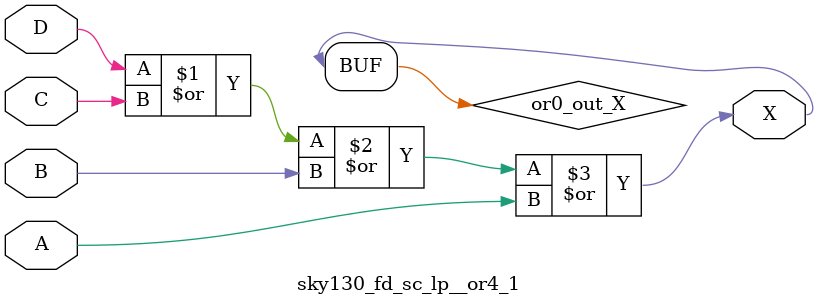
<source format=v>
/*
 * Copyright 2020 The SkyWater PDK Authors
 *
 * Licensed under the Apache License, Version 2.0 (the "License");
 * you may not use this file except in compliance with the License.
 * You may obtain a copy of the License at
 *
 *     https://www.apache.org/licenses/LICENSE-2.0
 *
 * Unless required by applicable law or agreed to in writing, software
 * distributed under the License is distributed on an "AS IS" BASIS,
 * WITHOUT WARRANTIES OR CONDITIONS OF ANY KIND, either express or implied.
 * See the License for the specific language governing permissions and
 * limitations under the License.
 *
 * SPDX-License-Identifier: Apache-2.0
*/


`ifndef SKY130_FD_SC_LP__OR4_1_FUNCTIONAL_V
`define SKY130_FD_SC_LP__OR4_1_FUNCTIONAL_V

/**
 * or4: 4-input OR.
 *
 * Verilog simulation functional model.
 */

`timescale 1ns / 1ps
`default_nettype none

`celldefine
module sky130_fd_sc_lp__or4_1 (
    X,
    A,
    B,
    C,
    D
);

    // Module ports
    output X;
    input  A;
    input  B;
    input  C;
    input  D;

    // Local signals
    wire or0_out_X;

    //  Name  Output     Other arguments
    or  or0  (or0_out_X, D, C, B, A     );
    buf buf0 (X        , or0_out_X      );

endmodule
`endcelldefine

`default_nettype wire
`endif  // SKY130_FD_SC_LP__OR4_1_FUNCTIONAL_V

</source>
